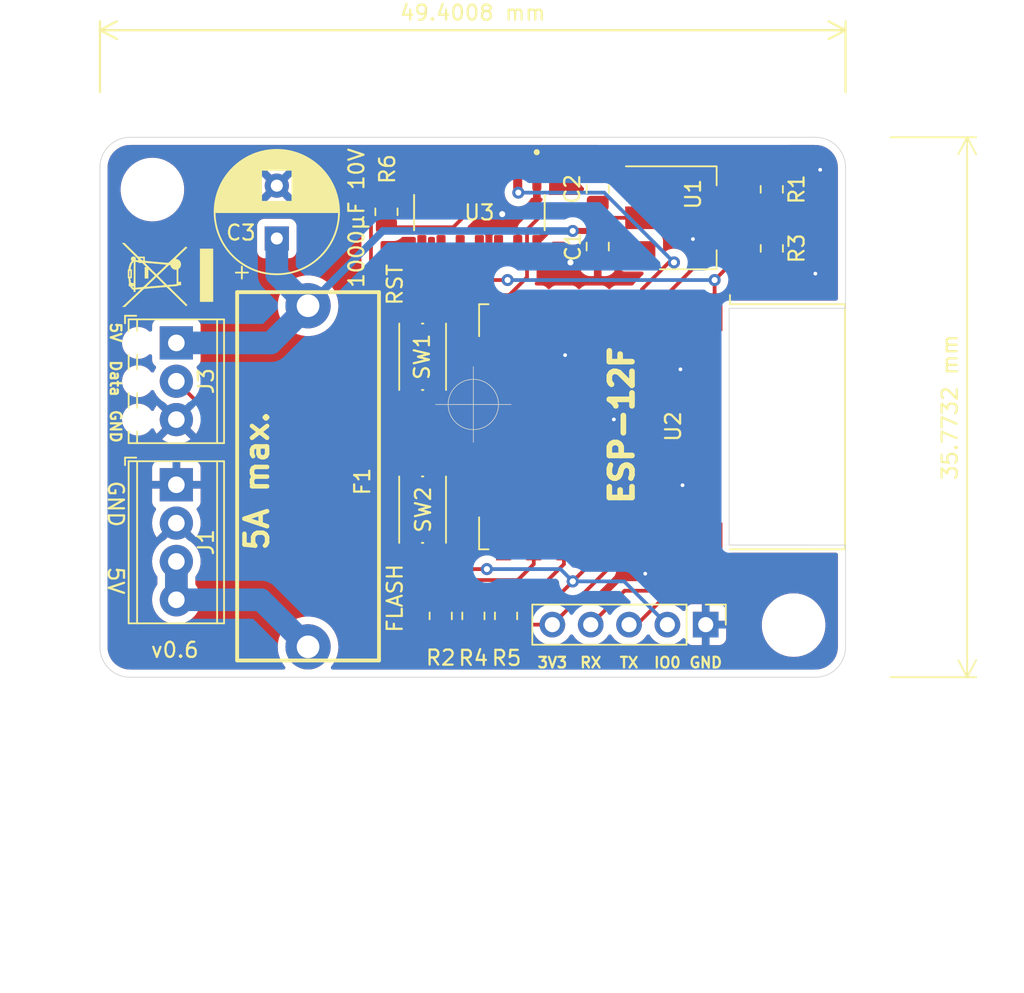
<source format=kicad_pcb>
(kicad_pcb (version 20211014) (generator pcbnew)
  (title_block (title "WS2812 Controller") (date "2022-01-30") (rev "0.6") (company "haus-automatisierung.com") (comment 1 "Matthias Kleine"))
  (layers (0 "F.Cu" signal) (31 "B.Cu" signal) (34 "B.Paste" user) (35 "F.Paste" user) (36 "B.SilkS" user "B.Silkscreen") (37 "F.SilkS" user "F.Silkscreen") (38 "B.Mask" user) (39 "F.Mask" user) (44 "Edge.Cuts" user))
  (net 0 "")
  (net 1 "+5V")
  (net 2 "GND")
  (net 3 "+3V3")
  (net 4 "Net-(R2-Pad1)")
  (net 17 "GPIO0")
  (net 18 "/EN")
  (net 19 "/RST")
  (net 20 "Net-(R4-Pad2)")
  (net 21 "TX")
  (net 22 "RX")
  (net 23 "Net-(J3-Pad2)")
  (net 24 "GPIO4")
  (net 25 "/SUPPLY")
  (net 26 "DATA")
  (footprint "Package_TO_SOT_SMD:SOT-223-3_TabPin2" (layer "F.Cu") (at 149.71014 75.63104)
    (fp_text reference "U1" (at 0.35306 -1.56464 270) (layer "F.SilkS"))
    (fp_text value "AMS1117-3.3")
    (pad "1" smd rect (at -3.15 -2.3) (size 2 1.5) (layers "F.Cu" "F.Paste" "F.Mask") (net 2 "GND"))
    (pad "2" smd rect (at 3.15 0) (size 2 3.8) (layers "F.Cu" "F.Paste" "F.Mask") (net 3 "+3V3"))
    (pad "2" smd rect (at -3.15 0) (size 2 1.5) (layers "F.Cu" "F.Paste" "F.Mask") (net 3 "+3V3"))
    (pad "3" smd rect (at -3.15 2.3) (size 2 1.5) (layers "F.Cu" "F.Paste" "F.Mask") (net 1 "+5V"))
  )
  (footprint "TerminalBlock_Phoenix:TerminalBlock_Phoenix_MPT-0,5-3-2.54_1x03_P2.54mm_Horizontal" (layer "F.Cu") (at 115.824 83.9216 -90)
    (fp_text reference "J3" (at 2.52984 -1.9685 90) (layer "F.SilkS"))
    (fp_text value "Conn_01x03")
    (pad "" np_thru_hole circle (at 5.08 2.54 270) (size 1.1 1.1) (drill 1.1) (layers *.Cu *.Mask))
    (pad "" np_thru_hole circle (at 0 2.54 270) (size 1.1 1.1) (drill 1.1) (layers *.Cu *.Mask))
    (pad "" np_thru_hole circle (at 2.54 2.54 270) (size 1.1 1.1) (drill 1.1) (layers *.Cu *.Mask))
    (pad "1" thru_hole rect (at 0 0 270) (size 2.2 2.2) (drill 1.1) (layers *.Cu *.Mask) (net 1 "+5V"))
    (pad "2" thru_hole circle (at 2.54 0 270) (size 2.2 2.2) (drill 1.1) (layers *.Cu *.Mask) (net 23 "Net-(J3-Pad2)"))
    (pad "3" thru_hole circle (at 5.08 0 270) (size 2.2 2.2) (drill 1.1) (layers *.Cu *.Mask) (net 2 "GND"))
  )
  (footprint "TerminalBlock_Phoenix:TerminalBlock_Phoenix_MPT-0,5-4-2.54_1x04_P2.54mm_Horizontal" (layer "F.Cu") (at 115.824 93.3196 -90)
    (fp_text reference "J1" (at 3.81 -1.9685 90) (layer "F.SilkS"))
    (fp_text value "Conn_01x04_Male")
    (pad "1" thru_hole rect (at 0 0 270) (size 2.2 2.2) (drill 1.1) (layers *.Cu *.Mask) (net 2 "GND"))
    (pad "2" thru_hole circle (at 2.54 0 270) (size 2.2 2.2) (drill 1.1) (layers *.Cu *.Mask) (net 2 "GND"))
    (pad "3" thru_hole circle (at 5.08 0 270) (size 2.2 2.2) (drill 1.1) (layers *.Cu *.Mask) (net 25 "/SUPPLY"))
    (pad "4" thru_hole circle (at 7.62 0 270) (size 2.2 2.2) (drill 1.1) (layers *.Cu *.Mask) (net 25 "/SUPPLY"))
  )
  (footprint "MountingHole:MountingHole_3.2mm_M3" (layer "F.Cu") (at 114.2365 73.7616)
    (fp_text reference "REF**" hide)
    (fp_text value "MountingHole_3.2mm_M3" hide)
    (pad "" np_thru_hole circle locked (at 0 0) (size 3.2 3.2) (drill 3.2) (layers *.Cu *.Mask))
  )
  (footprint "MountingHole:MountingHole_3.2mm_M3" (layer "F.Cu") (at 156.718 102.616)
    (fp_text reference "REF**" hide)
    (fp_text value "MountingHole_3.2mm_M3" hide)
    (pad "" np_thru_hole circle locked (at 0 0) (size 3.2 3.2) (drill 3.2) (layers *.Cu *.Mask))
  )
  (footprint "RF_Module:ESP-12E" (layer "F.Cu") (at 148.00326 89.47712 -90)
    (fp_text reference "U2" (at -0.02032 -0.73914 90) (layer "F.SilkS"))
    (fp_text value "ESP-12F")
    (pad "1" smd rect (at -7.6 -3.5 270) (size 2.5 1) (layers "F.Cu" "F.Paste" "F.Mask") (net 19 "/RST"))
    (pad "2" smd rect (at -7.6 -1.5 270) (size 2.5 1) (layers "F.Cu" "F.Paste" "F.Mask"))
    (pad "3" smd rect (at -7.6 0.5 270) (size 2.5 1) (layers "F.Cu" "F.Paste" "F.Mask") (net 18 "/EN"))
    (pad "4" smd rect (at -7.6 2.5 270) (size 2.5 1) (layers "F.Cu" "F.Paste" "F.Mask"))
    (pad "5" smd rect (at -7.6 4.5 270) (size 2.5 1) (layers "F.Cu" "F.Paste" "F.Mask"))
    (pad "6" smd rect (at -7.6 6.5 270) (size 2.5 1) (layers "F.Cu" "F.Paste" "F.Mask"))
    (pad "7" smd rect (at -7.6 8.5 270) (size 2.5 1) (layers "F.Cu" "F.Paste" "F.Mask"))
    (pad "8" smd rect (at -7.6 10.5 270) (size 2.5 1) (layers "F.Cu" "F.Paste" "F.Mask") (net 3 "+3V3"))
    (pad "9" smd rect (at -5 12 270) (size 1 1.8) (layers "F.Cu" "F.Paste" "F.Mask"))
    (pad "10" smd rect (at -3 12 270) (size 1 1.8) (layers "F.Cu" "F.Paste" "F.Mask"))
    (pad "11" smd rect (at -1 12 270) (size 1 1.8) (layers "F.Cu" "F.Paste" "F.Mask"))
    (pad "12" smd rect (at 1 12 270) (size 1 1.8) (layers "F.Cu" "F.Paste" "F.Mask"))
    (pad "13" smd rect (at 3 12 270) (size 1 1.8) (layers "F.Cu" "F.Paste" "F.Mask"))
    (pad "14" smd rect (at 5 12 270) (size 1 1.8) (layers "F.Cu" "F.Paste" "F.Mask"))
    (pad "15" smd rect (at 7.6 10.5 270) (size 2.5 1) (layers "F.Cu" "F.Paste" "F.Mask") (net 2 "GND"))
    (pad "16" smd rect (at 7.6 8.5 270) (size 2.5 1) (layers "F.Cu" "F.Paste" "F.Mask") (net 4 "Net-(R2-Pad1)"))
    (pad "17" smd rect (at 7.6 6.5 270) (size 2.5 1) (layers "F.Cu" "F.Paste" "F.Mask") (net 20 "Net-(R4-Pad2)"))
    (pad "18" smd rect (at 7.6 4.5 270) (size 2.5 1) (layers "F.Cu" "F.Paste" "F.Mask") (net 17 "GPIO0"))
    (pad "19" smd rect (at 7.6 2.5 270) (size 2.5 1) (layers "F.Cu" "F.Paste" "F.Mask") (net 24 "GPIO4"))
    (pad "20" smd rect (at 7.6 0.5 270) (size 2.5 1) (layers "F.Cu" "F.Paste" "F.Mask"))
    (pad "21" smd rect (at 7.6 -1.5 270) (size 2.5 1) (layers "F.Cu" "F.Paste" "F.Mask") (net 22 "RX"))
    (pad "22" smd rect (at 7.6 -3.5 270) (size 2.5 1) (layers "F.Cu" "F.Paste" "F.Mask") (net 21 "TX"))
  )
  (footprint "Connector_PinHeader_2.54mm:PinHeader_1x05_P2.54mm_Vertical" (layer "F.Cu") (at 150.89632 102.58646 -90)
    (fp_text reference "J2" hide)
    (fp_text value "Conn_01x05_Male")
    (pad "1" thru_hole rect (at 0 0 270) (size 1.7 1.7) (drill 1) (layers *.Cu *.Mask) (net 2 "GND"))
    (pad "2" thru_hole oval (at 0 2.54 270) (size 1.7 1.7) (drill 1) (layers *.Cu *.Mask) (net 17 "GPIO0"))
    (pad "3" thru_hole oval (at 0 5.08 270) (size 1.7 1.7) (drill 1) (layers *.Cu *.Mask) (net 21 "TX"))
    (pad "4" thru_hole oval (at 0 7.62 270) (size 1.7 1.7) (drill 1) (layers *.Cu *.Mask) (net 22 "RX"))
    (pad "5" thru_hole oval (at 0 10.16 270) (size 1.7 1.7) (drill 1) (layers *.Cu *.Mask) (net 3 "+3V3"))
  )
  (footprint "Symbol:WEEE-Logo_4.2x6mm_SilkScreen" (layer "F.Cu") (at 115.2398 79.4258 90)
    (fp_text reference "REF**" hide)
    (fp_text value "WEEE-Logo_4.2x6mm_SilkScreen" hide)
  )
  (footprint "Resistor_SMD:R_0805_2012Metric" (layer "F.Cu") (at 137.668 102.0064 90)
    (fp_text reference "R5" (at -2.7936 0.032 180) (layer "F.SilkS"))
    (fp_text value "10kΩ")
    (pad "1" smd roundrect (at -0.9125 0 90) (size 1.025 1.4) (layers "F.Cu" "F.Paste" "F.Mask") (roundrect_rratio 0.243902439) (net 3 "+3V3"))
    (pad "2" smd roundrect (at 0.9125 0 90) (size 1.025 1.4) (layers "F.Cu" "F.Paste" "F.Mask") (roundrect_rratio 0.243902439) (net 17 "GPIO0"))
  )
  (footprint "Resistor_SMD:R_0805_2012Metric" (layer "F.Cu") (at 155.27274 73.74382 -90)
    (fp_text reference "R1" (at 0 -1.65 90) (layer "F.SilkS"))
    (fp_text value "10kΩ")
    (pad "1" smd roundrect (at -0.9125 0 270) (size 1.025 1.4) (layers "F.Cu" "F.Paste" "F.Mask") (roundrect_rratio 0.243902439) (net 3 "+3V3"))
    (pad "2" smd roundrect (at 0.9125 0 270) (size 1.025 1.4) (layers "F.Cu" "F.Paste" "F.Mask") (roundrect_rratio 0.243902439) (net 18 "/EN"))
  )
  (footprint "Resistor_SMD:R_0805_2012Metric" (layer "F.Cu") (at 129.7432 75.2348 -90)
    (fp_text reference "R6" (at -2.8348 -0.0568 90) (layer "F.SilkS"))
    (fp_text value "330Ω")
    (pad "1" smd roundrect (at -0.9125 0 270) (size 1.025 1.4) (layers "F.Cu" "F.Paste" "F.Mask") (roundrect_rratio 0.243902439) (net 23 "Net-(J3-Pad2)"))
    (pad "2" smd roundrect (at 0.9125 0 270) (size 1.025 1.4) (layers "F.Cu" "F.Paste" "F.Mask") (roundrect_rratio 0.243902439) (net 26 "DATA"))
  )
  (footprint "Resistor_SMD:R_0805_2012Metric" (layer "F.Cu") (at 133.33984 102.0064 -90)
    (fp_text reference "R2" (at 2.7736 -0.00016 180) (layer "F.SilkS"))
    (fp_text value "10kΩ")
    (pad "1" smd roundrect (at -0.9125 0 270) (size 1.025 1.4) (layers "F.Cu" "F.Paste" "F.Mask") (roundrect_rratio 0.243902439) (net 4 "Net-(R2-Pad1)"))
    (pad "2" smd roundrect (at 0.9125 0 270) (size 1.025 1.4) (layers "F.Cu" "F.Paste" "F.Mask") (roundrect_rratio 0.243902439) (net 2 "GND"))
  )
  (footprint "PTF-77:PTF_77" (layer "F.Cu") (at 124.55 81.458 -90)
    (fp_text reference "F1" (at 10.642 -3.6 90) (layer "F.SilkS") (effects (justify right)))
    (fp_text value "Fuse")
    (pad "1" thru_hole circle (at 0 0 270) (size 3 3) (drill 1.5) (layers *.Cu *.Mask) (net 1 "+5V"))
    (pad "2" thru_hole circle (at 22.6 0 270) (size 3 3) (drill 1.5) (layers *.Cu *.Mask) (net 25 "/SUPPLY"))
  )
  (footprint "Capacitor_SMD:C_0805_2012Metric" (layer "F.Cu") (at 143.74114 77.53604 -90)
    (fp_text reference "C1" (at 0 1.64114 90) (layer "F.SilkS"))
    (fp_text value "100nF")
    (pad "1" smd roundrect (at -0.95 0 270) (size 1 1.45) (layers "F.Cu" "F.Paste" "F.Mask") (net 1 "+5V"))
    (pad "2" smd roundrect (at 0.95 0 270) (size 1 1.45) (layers "F.Cu" "F.Paste" "F.Mask") (net 2 "GND"))
  )
  (footprint "Resistor_SMD:R_0805_2012Metric" (layer "F.Cu") (at 155.27528 77.6605 -90)
    (fp_text reference "R3" (at 0 -1.65 90) (layer "F.SilkS"))
    (fp_text value "10kΩ")
    (pad "1" smd roundrect (at -0.9125 0 270) (size 1.025 1.4) (layers "F.Cu" "F.Paste" "F.Mask") (roundrect_rratio 0.243902439) (net 3 "+3V3"))
    (pad "2" smd roundrect (at 0.9125 0 270) (size 1.025 1.4) (layers "F.Cu" "F.Paste" "F.Mask") (roundrect_rratio 0.243902439) (net 19 "/RST"))
  )
  (footprint "Button_Switch_SMD:SW_Push_1P1T_NO_CK_KMR2" (layer "F.Cu") (at 132.14096 84.83854 90)
    (fp_text reference "SW1" (at 0 -0.04096 90) (layer "F.SilkS"))
    (fp_text value "SW_Reset")
    (pad "1" smd rect (at 2.05 -0.8 90) (size 0.9 1) (layers "F.Cu" "F.Paste" "F.Mask") (net 2 "GND"))
    (pad "1" smd rect (at -2.05 -0.8 90) (size 0.9 1) (layers "F.Cu" "F.Paste" "F.Mask") (net 2 "GND"))
    (pad "2" smd rect (at -2.05 0.8 90) (size 0.9 1) (layers "F.Cu" "F.Paste" "F.Mask") (net 19 "/RST"))
    (pad "2" smd rect (at 2.05 0.8 90) (size 0.9 1) (layers "F.Cu" "F.Paste" "F.Mask") (net 19 "/RST"))
  )
  (footprint "Resistor_SMD:R_0805_2012Metric" (layer "F.Cu") (at 135.50392 102.0064 90)
    (fp_text reference "R4" (at -2.7936 -0.00392 180) (layer "F.SilkS"))
    (fp_text value "10kΩ")
    (pad "1" smd roundrect (at -0.9125 0 90) (size 1.025 1.4) (layers "F.Cu" "F.Paste" "F.Mask") (roundrect_rratio 0.243902439) (net 3 "+3V3"))
    (pad "2" smd roundrect (at 0.9125 0 90) (size 1.025 1.4) (layers "F.Cu" "F.Paste" "F.Mask") (roundrect_rratio 0.243902439) (net 20 "Net-(R4-Pad2)"))
  )
  (footprint "SN74AHCT125D:SN74AHCT125D" (layer "F.Cu") (at 135.9 75.2856 -90)
    (fp_text reference "U3" (at 0 0 180) (layer "F.SilkS"))
    (fp_text value "SN74AHCT125D")
    (pad "1" smd roundrect (at -2.475 -3.81 270) (size 1.97 0.6) (layers "F.Cu" "F.Paste" "F.Mask") (roundrect_rratio 0.15) (net 2 "GND"))
    (pad "2" smd roundrect (at -2.475 -2.54 270) (size 1.97 0.6) (layers "F.Cu" "F.Paste" "F.Mask") (roundrect_rratio 0.15) (net 24 "GPIO4"))
    (pad "3" smd roundrect (at -2.475 -1.27 270) (size 1.97 0.6) (layers "F.Cu" "F.Paste" "F.Mask") (roundrect_rratio 0.15) (net 26 "DATA"))
    (pad "4" smd roundrect (at -2.475 0 270) (size 1.97 0.6) (layers "F.Cu" "F.Paste" "F.Mask") (roundrect_rratio 0.15) (net 2 "GND"))
    (pad "5" smd roundrect (at -2.475 1.27 270) (size 1.97 0.6) (layers "F.Cu" "F.Paste" "F.Mask") (roundrect_rratio 0.15))
    (pad "6" smd roundrect (at -2.475 2.54 270) (size 1.97 0.6) (layers "F.Cu" "F.Paste" "F.Mask") (roundrect_rratio 0.15))
    (pad "7" smd roundrect (at -2.475 3.81 270) (size 1.97 0.6) (layers "F.Cu" "F.Paste" "F.Mask") (roundrect_rratio 0.15) (net 2 "GND"))
    (pad "8" smd roundrect (at 2.475 3.81 270) (size 1.97 0.6) (layers "F.Cu" "F.Paste" "F.Mask") (roundrect_rratio 0.15))
    (pad "9" smd roundrect (at 2.475 2.54 270) (size 1.97 0.6) (layers "F.Cu" "F.Paste" "F.Mask") (roundrect_rratio 0.15))
    (pad "10" smd roundrect (at 2.475 1.27 270) (size 1.97 0.6) (layers "F.Cu" "F.Paste" "F.Mask") (roundrect_rratio 0.15) (net 2 "GND"))
    (pad "11" smd roundrect (at 2.475 0 270) (size 1.97 0.6) (layers "F.Cu" "F.Paste" "F.Mask") (roundrect_rratio 0.15))
    (pad "12" smd roundrect (at 2.475 -1.27 270) (size 1.97 0.6) (layers "F.Cu" "F.Paste" "F.Mask") (roundrect_rratio 0.15))
    (pad "13" smd roundrect (at 2.475 -2.54 270) (size 1.97 0.6) (layers "F.Cu" "F.Paste" "F.Mask") (roundrect_rratio 0.15) (net 2 "GND"))
    (pad "14" smd roundrect (at 2.475 -3.81 270) (size 1.97 0.6) (layers "F.Cu" "F.Paste" "F.Mask") (roundrect_rratio 0.15) (net 1 "+5V"))
  )
  (footprint "Button_Switch_SMD:SW_Push_1P1T_NO_CK_KMR2" (layer "F.Cu") (at 132.13842 94.96806 -90)
    (fp_text reference "SW2" (at 0 -0.03842 90) (layer "F.SilkS"))
    (fp_text value "SW_GPIO0")
    (pad "1" smd rect (at 2.05 -0.8 270) (size 0.9 1) (layers "F.Cu" "F.Paste" "F.Mask") (net 17 "GPIO0"))
    (pad "1" smd rect (at -2.05 -0.8 270) (size 0.9 1) (layers "F.Cu" "F.Paste" "F.Mask") (net 17 "GPIO0"))
    (pad "2" smd rect (at 2.05 0.8 270) (size 0.9 1) (layers "F.Cu" "F.Paste" "F.Mask") (net 2 "GND"))
    (pad "2" smd rect (at -2.05 0.8 270) (size 0.9 1) (layers "F.Cu" "F.Paste" "F.Mask") (net 2 "GND"))
  )
  (footprint "Capacitor_SMD:C_0805_2012Metric" (layer "F.Cu") (at 143.74114 73.72604 90)
    (fp_text reference "C2" (at 0 -1.68 90) (layer "F.SilkS"))
    (fp_text value "100nF")
    (pad "1" smd roundrect (at -0.95 0 90) (size 1 1.45) (layers "F.Cu" "F.Paste" "F.Mask") (net 3 "+3V3"))
    (pad "2" smd roundrect (at 0.95 0 90) (size 1 1.45) (layers "F.Cu" "F.Paste" "F.Mask") (net 2 "GND"))
  )
  (footprint "Capacitor_THT:CP_Radial_D8.0mm_P3.50mm" (layer "F.Cu") (at 122.48 77.002651 90)
    (fp_text reference "C3" (at 0.382651 -2.38 180) (layer "F.SilkS"))
    (fp_text value "1000µF")
    (pad "1" thru_hole rect (at 0 0 90) (size 1.6 1.6) (drill 0.8) (layers *.Cu *.Mask) (net 1 "+5V"))
    (pad "2" thru_hole circle (at 3.5 0 90) (size 1.6 1.6) (drill 0.8) (layers *.Cu *.Mask) (net 2 "GND"))
  )
  (gr_arc (start 112.75924 106.07028) (mid 111.345026 105.484494) (end 110.75924 104.07028) (layer "Edge.Cuts") (width 0.05))
  (gr_arc (start 160.16 104.07028) (mid 159.574214 105.484494) (end 158.16 106.07028) (layer "Edge.Cuts") (width 0.05))
  (gr_arc (start 158.16 70.29704) (mid 159.574214 70.882826) (end 160.16 72.29704) (layer "Edge.Cuts") (width 0.05))
  (gr_line (start 152.44826 81.62852) (end 152.44826 97.31302) (layer "Edge.Cuts") (width 0.05))
  (gr_line (start 160.16 81.62852) (end 160.16 72.29704) (layer "Edge.Cuts") (width 0.05))
  (gr_line (start 158.16 70.29704) (end 112.75924 70.29704) (layer "Edge.Cuts") (width 0.05))
  (gr_line (start 160.16 104.07028) (end 160.16 97.314055) (layer "Edge.Cuts") (width 0.05))
  (gr_line (start 110.75924 72.29704) (end 110.75924 104.07028) (layer "Edge.Cuts") (width 0.05))
  (gr_line (start 152.44826 97.31302) (end 160.16 97.314055) (layer "Edge.Cuts") (width 0.05))
  (gr_line (start 112.75924 106.07028) (end 158.16 106.07028) (layer "Edge.Cuts") (width 0.05))
  (gr_line (start 160.16 81.62852) (end 152.44826 81.62852) (layer "Edge.Cuts") (width 0.05))
  (gr_arc (start 110.75924 72.29704) (mid 111.345026 70.882826) (end 112.75924 70.29704) (layer "Edge.Cuts") (width 0.05))
  (gr_text "Design4Future GmbH" (at 150.08 71.32) (layer "F.Cu") (effects (font (size 0.7 0.7))))
  (gr_text "RST" (at 130.302 80.0608 90) (layer "F.SilkS") (effects (font (size 1 1))))
  (gr_text "FLASH" (at 130.302 100.838 90) (layer "F.SilkS") (effects (font (size 1 1))))
  (gr_text "1000µF 10V" (at 127.762 75.6412 90) (layer "F.SilkS") (effects (font (size 1 1))))
  (gr_text "GND" (at 111.79836 89.44864 270) (layer "F.SilkS") (effects (font (size 0.7 0.7))))
  (gr_text "5V" (at 111.79836 83.22564 270) (layer "F.SilkS") (effects (font (size 0.7 0.7))))
  (gr_text "5A max." (at 121.158 93.0656 90) (layer "F.SilkS") (effects (font (size 1.5 1.5) (thickness 0.3))))
  (gr_text "Data" (at 111.79836 86.27364 270) (layer "F.SilkS") (effects (font (size 0.7 0.7))))
  (gr_text "ESP-12F" (at 145.33626 89.37552 90) (layer "F.SilkS") (effects (font (size 1.5 1.5) (thickness 0.375))))
  (gr_text "GND" (at 150.89632 105.10022) (layer "F.SilkS") (effects (font (size 0.7 0.7))))
  (gr_text "IO0" (at 148.35632 105.10022) (layer "F.SilkS") (effects (font (size 0.7 0.7))))
  (gr_text "TX" (at 145.81632 105.10022) (layer "F.SilkS") (effects (font (size 0.7 0.7))))
  (gr_text "RX" (at 143.27632 105.10022) (layer "F.SilkS") (effects (font (size 0.7 0.7))))
  (gr_text "3V3" (at 140.73632 105.10022) (layer "F.SilkS") (effects (font (size 0.7 0.7))))
  (gr_text "v0.6" (at 115.7224 104.267) (layer "F.SilkS") (effects (font (size 1 1))))
  (gr_text "5V" (at 111.8108 99.6696 270) (layer "F.SilkS") (effects (font (size 1 1))))
  (gr_text "GND" (at 111.8108 94.5896 270) (layer "F.SilkS") (effects (font (size 1 1))))
  (dimension (type aligned) (layer "F.SilkS") (pts (xy 163.16 106.07028) (xy 163.16 70.29704)) (height 5.0604) (gr_text "35.7732 mm" (at 167.0704 88.18366 90) (layer "F.SilkS") (effects (font (size 1 1) (thickness 0.15)))) (format (units 2) (units_format 1) (precision 4)) (style (thickness 0.12) (arrow_length 1.27) (text_position_mode 0) (extension_height 0.58642) (extension_offset 0) keep_text_aligned))
  (dimension (type aligned) (layer "F.SilkS") (pts (xy 160.16 67.29704) (xy 110.75924 67.29704)) (height 4.09704) (gr_text "49.4008 mm" (at 135.45962 62.05) (layer "F.SilkS") (effects (font (size 1 1) (thickness 0.15)))) (format (units 2) (units_format 1) (precision 4)) (style (thickness 0.15) (arrow_length 1.27) (text_position_mode 0) (extension_height 0.58642) (extension_offset 0) keep_text_aligned))
  (target plus (at 135.5 88) (size 5) (width 0.05) (layer "Edge.Cuts"))
  (segment (start 140.4552 76.5048) (end 142.0876 76.5048) (width 0.4) (layer "F.Cu") (net 1))
  (segment (start 143.74114 76.58604) (end 145.08614 77.93104) (width 0.4) (layer "F.Cu") (net 1))
  (segment (start 143.6599 76.5048) (end 143.74114 76.58604) (width 0.4) (layer "F.Cu") (net 1))
  (segment (start 139.71 77.25) (end 140.4552 76.5048) (width 0.4) (layer "F.Cu") (net 1))
  (segment (start 145.08614 77.93104) (end 146.56014 77.93104) (width 0.4) (layer "F.Cu") (net 1))
  (segment (start 142.0876 76.5048) (end 143.6599 76.5048) (width 0.4) (layer "F.Cu") (net 1))
  (segment (start 139.71 77.7606) (end 139.71 77.25) (width 0.4) (layer "F.Cu") (net 1))
  (via (at 142.0876 76.5048) (size 0.8) (drill 0.4) (layers "F.Cu" "B.Cu") (net 1))
  (segment (start 115.824 83.9216) (end 122.0864 83.9216) (width 1.5) (layer "B.Cu") (net 1))
  (segment (start 129.5032 76.5048) (end 124.55 81.458) (width 0.5) (layer "B.Cu") (net 1))
  (segment (start 122.48 79.388) (end 124.55 81.458) (width 1.5) (layer "B.Cu") (net 1))
  (segment (start 122.0864 83.9216) (end 124.55 81.458) (width 1.5) (layer "B.Cu") (net 1))
  (segment (start 122.48 77.002651) (end 122.48 79.388) (width 1.5) (layer "B.Cu") (net 1))
  (segment (start 142.0876 76.5048) (end 129.5032 76.5048) (width 0.5) (layer "B.Cu") (net 1))
  (segment (start 135.922 73.2356) (end 135.846999 73.310601) (width 0.25) (layer "F.Cu") (net 2))
  (segment (start 132.871999 73.310601) (end 132.112 72.550602) (width 0.25) (layer "F.Cu") (net 2))
  (segment (start 135.846999 73.310601) (end 132.871999 73.310601) (width 0.25) (layer "F.Cu") (net 2))
  (segment (start 134.652 78.3356) (end 134.652 79.3356) (width 0.25) (layer "F.Cu") (net 2))
  (segment (start 145.93014 72.70104) (end 146.56014 73.33104) (width 0.25) (layer "F.Cu") (net 2))
  (segment (start 135.922 72.2356) (end 135.922 73.2356) (width 0.25) (layer "F.Cu") (net 2))
  (segment (start 143.74114 72.70104) (end 145.93014 72.70104) (width 0.25) (layer "F.Cu") (net 2))
  (segment (start 138.462 76.4352) (end 137.414 75.3872) (width 0.25) (layer "F.Cu") (net 2))
  (segment (start 134.652 79.3356) (end 133.04906 80.93854) (width 0.25) (layer "F.Cu") (net 2))
  (segment (start 133.04906 80.93854) (end 132.14096 80.93854) (width 0.25) (layer "F.Cu") (net 2))
  (segment (start 132.112 72.550602) (end 132.112 72.2356) (width 0.25) (layer "F.Cu") (net 2))
  (segment (start 138.462 78.3356) (end 138.462 76.4352) (width 0.25) (layer "F.Cu") (net 2))
  (via (at 150.05 77.04) (size 0.55) (drill 0.25) (layers "F.Cu" "B.Cu") (net 2))
  (via (at 137.414 75.3872) (size 0.8) (drill 0.4) (layers "F.Cu" "B.Cu") (net 2))
  (via (at 149.36 93.35) (size 0.55) (drill 0.25) (layers "F.Cu" "B.Cu") (net 2))
  (via (at 149.22 85.67) (size 0.55) (drill 0.25) (layers "F.Cu" "B.Cu") (net 2))
  (via (at 158.16 79.33) (size 0.55) (drill 0.25) (layers "F.Cu" "B.Cu") (net 2))
  (via (at 146.89 99.21) (size 0.55) (drill 0.25) (layers "F.Cu" "B.Cu") (net 2))
  (via (at 158.48 72.45) (size 0.55) (drill 0.25) (layers "F.Cu" "B.Cu") (net 2))
  (via (at 141.58 84.73) (size 0.55) (drill 0.25) (layers "F.Cu" "B.Cu") (net 2))
  (via (at 141.9352 78.5876) (size 0.8) (drill 0.4) (layers "F.Cu" "B.Cu") (net 2))
  (via (at 144.81 88.99) (size 0.55) (drill 0.25) (layers "F.Cu" "B.Cu") (net 2))
  (segment (start 139.056999 79.573381) (end 139.056999 76.413001) (width 0.25) (layer "F.Cu") (net 3))
  (segment (start 152.86014 75.13142) (end 152.86014 75.63104) (width 0.25) (layer "F.Cu") (net 3))
  (segment (start 153.8646 76.6355) (end 152.86014 75.63104) (width 0.25) (layer "F.Cu") (net 3))
  (segment (start 140.73632 102.58646) (end 138.11294 102.58646) (width 0.25) (layer "F.Cu") (net 3))
  (segment (start 137.50326 83.37712) (end 137.50326 81.87712) (width 0.25) (layer "F.Cu") (net 3))
  (segment (start 137.50326 81.87712) (end 137.50326 81.12712) (width 0.25) (layer "F.Cu") (net 3))
  (segment (start 140.73632 102.58646) (end 144.328261 98.994519) (width 0.25) (layer "F.Cu") (net 3))
  (segment (start 140.71896 74.75104) (end 143.74114 74.75104) (width 0.25) (layer "F.Cu") (net 3))
  (segment (start 144.62114 75.63104) (end 146.56014 75.63104) (width 0.25) (layer "F.Cu") (net 3))
  (segment (start 138.11294 102.58646) (end 137.668 103.0314) (width 0.25) (layer "F.Cu") (net 3))
  (segment (start 137.50326 81.12712) (end 139.056999 79.573381) (width 0.25) (layer "F.Cu") (net 3))
  (segment (start 152.86014 75.63104) (end 146.56014 75.63104) (width 0.25) (layer "F.Cu") (net 3))
  (segment (start 144.328261 98.994519) (end 144.328261 90.202121) (width 0.25) (layer "F.Cu") (net 3))
  (segment (start 144.328261 90.202121) (end 137.50326 83.37712) (width 0.25) (layer "F.Cu") (net 3))
  (segment (start 155.27528 76.6355) (end 153.8646 76.6355) (width 0.25) (layer "F.Cu") (net 3))
  (segment (start 137.668 103.0314) (end 135.50392 103.0314) (width 0.25) (layer "F.Cu") (net 3))
  (segment (start 139.056999 76.413001) (end 140.71896 74.75104) (width 0.25) (layer "F.Cu") (net 3))
  (segment (start 155.27274 72.71882) (end 152.86014 75.13142) (width 0.25) (layer "F.Cu") (net 3))
  (segment (start 143.74114 74.75104) (end 144.62114 75.63104) (width 0.25) (layer "F.Cu") (net 3))
  (segment (start 138.449 99.63138) (end 134.68986 99.63138) (width 0.25) (layer "F.Cu") (net 4))
  (segment (start 134.68986 99.63138) (end 133.33984 100.9814) (width 0.25) (layer "F.Cu") (net 4))
  (segment (start 139.50326 98.57712) (end 138.449 99.63138) (width 0.25) (layer "F.Cu") (net 4))
  (segment (start 139.50326 97.07712) (end 139.50326 98.57712) (width 0.25) (layer "F.Cu") (net 4))
  (segment (start 136.398 98.90638) (end 134.30638 98.90638) (width 0.25) (layer "F.Cu") (net 17))
  (segment (start 140.8266 100.9814) (end 142.0876 99.7204) (width 0.25) (layer "F.Cu") (net 17))
  (segment (start 132.93842 97.01806) (end 132.93842 92.91806) (width 0.25) (layer "F.Cu") (net 17))
  (segment (start 142.0876 99.7204) (end 143.50326 98.30474) (width 0.25) (layer "F.Cu") (net 17))
  (segment (start 134.30638 98.90638) (end 132.93842 97.53842) (width 0.25) (layer "F.Cu") (net 17))
  (segment (start 132.93842 97.53842) (end 132.93842 97.01806) (width 0.25) (layer "F.Cu") (net 17))
  (segment (start 137.668 100.9814) (end 140.8266 100.9814) (width 0.25) (layer "F.Cu") (net 17))
  (segment (start 143.50326 98.30474) (end 143.50326 97.07712) (width 0.25) (layer "F.Cu") (net 17))
  (via (at 142.0876 99.7204) (size 0.8) (drill 0.4) (layers "F.Cu" "B.Cu") (net 17))
  (via (at 136.398 98.90638) (size 0.8) (drill 0.4) (layers "F.Cu" "B.Cu") (net 17))
  (via (at 142.0876 99.7204) (size 0.8) (drill 0.4) (layers "F.Cu" "B.Cu") (net 17))
  (segment (start 136.398 98.90638) (end 141.27358 98.90638) (width 0.25) (layer "B.Cu") (net 17))
  (segment (start 141.27358 98.90638) (end 142.0876 99.7204) (width 0.25) (layer "B.Cu") (net 17))
  (segment (start 142.0876 99.7204) (end 145.49026 99.7204) (width 0.25) (layer "B.Cu") (net 17))
  (segment (start 145.49026 99.7204) (end 148.35632 102.58646) (width 0.25) (layer "B.Cu") (net 17))
  (segment (start 156.30029 77.19868) (end 155.82577 77.6732) (width 0.25) (layer "F.Cu") (net 18))
  (segment (start 147.50326 81.542118) (end 147.50326 81.87712) (width 0.25) (layer "F.Cu") (net 18))
  (segment (start 153.740692 78.23549) (end 150.809888 78.23549) (width 0.25) (layer "F.Cu") (net 18))
  (segment (start 150.809888 78.23549) (end 147.50326 81.542118) (width 0.25) (layer "F.Cu") (net 18))
  (segment (start 155.27274 74.76882) (end 156.30029 75.79637) (width 0.25) (layer "F.Cu") (net 18))
  (segment (start 156.30029 75.79637) (end 156.30029 77.19868) (width 0.25) (layer "F.Cu") (net 18))
  (segment (start 154.302982 77.6732) (end 153.740692 78.23549) (width 0.25) (layer "F.Cu") (net 18))
  (segment (start 155.82577 77.6732) (end 154.302982 77.6732) (width 0.25) (layer "F.Cu") (net 18))
  (segment (start 135.9735 79.756) (end 132.94096 82.78854) (width 0.25) (layer "F.Cu") (net 19))
  (segment (start 132.94096 86.88854) (end 132.94096 82.78854) (width 0.25) (layer "F.Cu") (net 19))
  (segment (start 137.7696 79.756) (end 135.9735 79.756) (width 0.25) (layer "F.Cu") (net 19))
  (segment (start 152.5561 78.6855) (end 151.4856 79.756) (width 0.25) (layer "F.Cu") (net 19))
  (segment (start 151.4856 81.85946) (end 151.50326 81.87712) (width 0.25) (layer "F.Cu") (net 19))
  (segment (start 155.27528 78.6855) (end 152.5561 78.6855) (width 0.25) (layer "F.Cu") (net 19))
  (segment (start 151.4856 79.756) (end 151.4856 81.85946) (width 0.25) (layer "F.Cu") (net 19))
  (via (at 151.4856 79.756) (size 0.8) (drill 0.4) (layers "F.Cu" "B.Cu") (net 19))
  (via (at 137.7696 79.756) (size 0.8) (drill 0.4) (layers "F.Cu" "B.Cu") (net 19))
  (segment (start 137.7696 79.756) (end 151.4856 79.756) (width 0.25) (layer "B.Cu") (net 19))
  (segment (start 141.50326 98.57712) (end 139.99899 100.08139) (width 0.25) (layer "F.Cu") (net 20))
  (segment (start 136.40393 100.08139) (end 135.50392 100.9814) (width 0.25) (layer "F.Cu") (net 20))
  (segment (start 139.99899 100.08139) (end 136.40393 100.08139) (width 0.25) (layer "F.Cu") (net 20))
  (segment (start 141.50326 97.07712) (end 141.50326 98.57712) (width 0.25) (layer "F.Cu") (net 20))
  (segment (start 146.328922 102.58646) (end 145.81632 102.58646) (width 0.25) (layer "F.Cu") (net 21))
  (segment (start 151.50326 97.07712) (end 151.50326 97.412122) (width 0.25) (layer "F.Cu") (net 21))
  (segment (start 151.50326 97.412122) (end 146.328922 102.58646) (width 0.25) (layer "F.Cu") (net 21))
  (segment (start 143.27632 102.58646) (end 145.52259 100.34019) (width 0.25) (layer "F.Cu") (net 22))
  (segment (start 149.50326 98.57712) (end 147.74019 100.34019) (width 0.25) (layer "F.Cu") (net 22))
  (segment (start 149.50326 97.07712) (end 149.50326 98.57712) (width 0.25) (layer "F.Cu") (net 22))
  (segment (start 145.52259 100.34019) (end 147.74019 100.34019) (width 0.25) (layer "F.Cu") (net 22))
  (segment (start 115.824 86.4616) (end 118.9228 89.5604) (width 0.25) (layer "F.Cu") (net 23))
  (segment (start 128.71819 86.47061) (end 125.6284 89.5604) (width 0.25) (layer "F.Cu") (net 23))
  (segment (start 128.71819 75.23481) (end 128.71819 86.47061) (width 0.25) (layer "F.Cu") (net 23))
  (segment (start 125.6284 89.5604) (end 118.9228 89.5604) (width 0.25) (layer "F.Cu") (net 23))
  (segment (start 129.7432 74.2098) (end 128.71819 75.23481) (width 0.25) (layer "F.Cu") (net 23))
  (segment (start 148.457778 78.5876) (end 148.7932 78.5876) (width 0.25) (layer "F.Cu") (net 24))
  (segment (start 146.678259 80.367119) (end 148.457778 78.5876) (width 0.25) (layer "F.Cu") (net 24))
  (segment (start 138.4808 73.9648) (end 138.4808 72.2544) (width 0.25) (layer "F.Cu") (net 24))
  (segment (start 146.678259 95.902121) (end 146.678259 80.367119) (width 0.25) (layer "F.Cu") (net 24))
  (segment (start 138.4808 72.2544) (end 138.462 72.2356) (width 0.25) (layer "F.Cu") (net 24))
  (segment (start 145.50326 97.07712) (end 146.678259 95.902121) (width 0.25) (layer "F.Cu") (net 24))
  (via (at 138.4808 73.9648) (size 0.8) (drill 0.4) (layers "F.Cu" "B.Cu") (net 24))
  (via (at 148.7932 78.5876) (size 0.8) (drill 0.4) (layers "F.Cu" "B.Cu") (net 24))
  (segment (start 144.1704 73.9648) (end 138.4808 73.9648) (width 0.25) (layer "B.Cu") (net 24))
  (segment (start 148.7932 78.5876) (end 144.1704 73.9648) (width 0.25) (layer "B.Cu") (net 24))
  (segment (start 115.824 98.3996) (end 115.824 100.9396) (width 1.5) (layer "F.Cu") (net 25))
  (segment (start 115.824 98.3996) (end 115.824 100.9396) (width 1.5) (layer "B.Cu") (net 25))
  (segment (start 121.4316 100.9396) (end 124.55 104.058) (width 1.5) (layer "B.Cu") (net 25))
  (segment (start 115.824 100.9396) (end 121.4316 100.9396) (width 1.5) (layer "B.Cu") (net 25))
  (segment (start 137.192 73.2356) (end 134.1678 76.2598) (width 0.25) (layer "F.Cu") (net 26))
  (segment (start 134.1678 76.2598) (end 129.7432 76.2598) (width 0.25) (layer "F.Cu") (net 26))
  (segment (start 137.192 72.2356) (end 137.192 73.2356) (width 0.25) (layer "F.Cu") (net 26))
  (zone (net 2) (net_name "GND") (layer "F.Cu") (connect_pads (clearance 0.508)) (min_thickness 0.254) (fill yes (thermal_gap 0.508) (thermal_bridge_width 0.508))
    (polygon (pts (xy 104.14 66.04) (xy 167.64 66.04) (xy 167.64 127) (xy 104.14 127)))
  )
  (zone (net 2) (net_name "GND") (layer "B.Cu") (connect_pads (clearance 0.508)) (min_thickness 0.254) (fill yes (thermal_gap 0.508) (thermal_bridge_width 0.508))
    (polygon (pts (xy 104.14 66.04) (xy 167.64 66.04) (xy 167.64 127) (xy 104.14 127)))
  )
)
</source>
